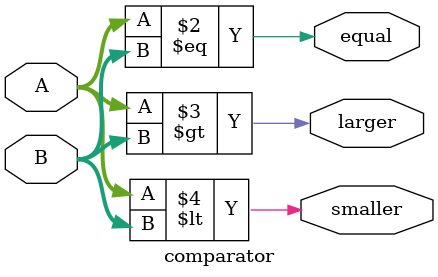
<source format=sv>
module comparator #(parameter int WIDTH = 8)(
    input  logic [WIDTH-1:0] A,
    input  logic [WIDTH-1:0] B,
    output logic equal,
    output logic larger,
    output logic smaller
);

always_comb begin
    equal   = (A == B);
    larger  = (A >  B);
    smaller = (A <  B);
end

endmodule

</source>
